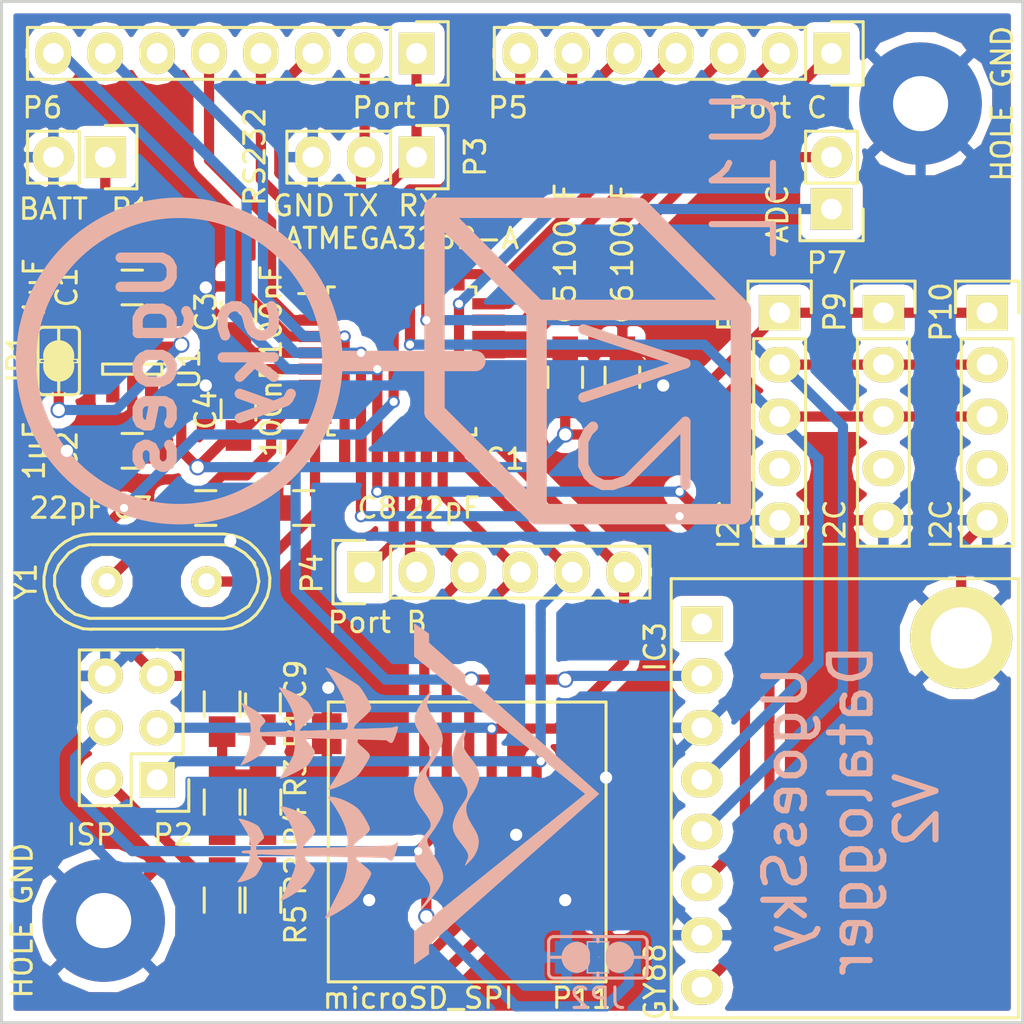
<source format=kicad_pcb>
(kicad_pcb (version 4) (host pcbnew 4.0.0-rc1-stable)
  (layers (0 F.Cu signal) (31 B.Cu signal) (34 B.Paste user hide) (35 F.Paste user hide) (36 B.SilkS user) (37 F.SilkS user) (38 B.Mask user) (39 F.Mask user) (44 Edge.Cuts user))
  (net 0 "")
  (net 1 +BATT)
  (net 2 GND)
  (net 3 +3V3)
  (net 4 "Net-(C6-Pad1)")
  (net 5 PC6)
  (net 6 PD3)
  (net 7 PD4)
  (net 8 PD5)
  (net 9 PD6)
  (net 10 PD7)
  (net 11 PB0)
  (net 12 PB1)
  (net 13 ADC6)
  (net 14 ADC7)
  (net 15 PC0)
  (net 16 PC1)
  (net 17 PC2)
  (net 18 PC3)
  (net 19 PD2)
  (net 20 "Net-(P11-Pad1)")
  (net 21 "Net-(P11-Pad8)")
  (net 22 SCK)
  (net 23 XTAL2)
  (net 24 PB3)
  (net 25 PD0)
  (net 26 PB6)
  (net 27 PB2)
  (net 28 TX)
  (net 29 SCL)
  (net 30 MISO)
  (net 31 SDA)
  (net 32 "Net-(IC3-Pad1)")
  (net 33 /connector/O.S._1)
  (net 34 /connector/O.S._2)
  (net 35 /connector/O.S._3)
  (module Footprints:GY88 (layer F.Cu) (at 134.29 98.26)
    (fp_text reference IC3 (at -2.29 -16.66 90) (layer F.SilkS))
    (fp_text value GY88 (at -2.29 -0.26 90) (layer F.SilkS))
    (pad 1 thru_hole rect (at 0 -17.78) (size 2.032 1.7272) (drill 1.016) (layers *.Cu *.Mask F.SilkS) (net 32 "Net-(IC3-Pad1)"))
    (pad 2 thru_hole oval (at 0 -15.24) (size 2.032 1.7272) (drill 1.016) (layers *.Cu *.Mask F.SilkS) (net 3 +3V3))
    (pad 3 thru_hole oval (at 0 -12.7) (size 2.032 1.7272) (drill 1.016) (layers *.Cu *.Mask F.SilkS) (net 2 GND))
    (pad 4 thru_hole oval (at 0 -10.16) (size 2.032 1.7272) (drill 1.016) (layers *.Cu *.Mask F.SilkS) (net 29 SCL))
    (pad 5 thru_hole oval (at 0 -7.62) (size 2.032 1.7272) (drill 1.016) (layers *.Cu *.Mask F.SilkS) (net 31 SDA))
    (pad 6 thru_hole oval (at 0 -5.08) (size 2.032 1.7272) (drill 1.016) (layers *.Cu *.Mask F.SilkS) (net 9 PD6))
    (pad 7 thru_hole oval (at 0 -2.54) (size 2.032 1.7272) (drill 1.016) (layers *.Cu *.Mask F.SilkS) (net 2 GND))
    (pad 8 thru_hole oval (at 0 0) (size 2.032 1.7272) (drill 1.016) (layers *.Cu *.Mask F.SilkS) (net 10 PD7))
    (pad "" thru_hole circle (at 12.7 -17.1) (size 5 5) (drill 3) (layers *.Cu *.Mask F.SilkS) (net 2 GND))
  )
  (module Capacitors_SMD:C_0805_HandSoldering (layer F.Cu) (at 106.4 64 180)
    (fp_text reference C1 (at 3.2 0 270) (layer F.SilkS))
    (fp_text value 1µF (at 4.8 0 270) (layer F.SilkS))
    (pad 1 smd rect (at -1.25 0 180) (size 1.5 1.25) (layers F.Cu F.Paste F.Mask) (net 1 +BATT))
    (pad 2 smd rect (at 1.25 0 180) (size 1.5 1.25) (layers F.Cu F.Paste F.Mask) (net 2 GND))
  )
  (module Capacitors_SMD:C_0805_HandSoldering (layer F.Cu) (at 106.4 72 180)
    (fp_text reference C2 (at 3.2 0 270) (layer F.SilkS))
    (fp_text value 1µF (at 4.8 0 270) (layer F.SilkS))
    (pad 1 smd rect (at -1.25 0 180) (size 1.5 1.25) (layers F.Cu F.Paste F.Mask) (net 3 +3V3))
    (pad 2 smd rect (at 1.25 0 180) (size 1.5 1.25) (layers F.Cu F.Paste F.Mask) (net 2 GND))
  )
  (module Capacitors_SMD:C_0805_HandSoldering (layer F.Cu) (at 111.6 65.2 90)
    (fp_text reference C3 (at 0 -1.6 90) (layer F.SilkS))
    (fp_text value 100nF (at 0 1.6 90) (layer F.SilkS))
    (pad 1 smd rect (at -1.25 0 90) (size 1.5 1.25) (layers F.Cu F.Paste F.Mask) (net 3 +3V3))
    (pad 2 smd rect (at 1.25 0 90) (size 1.5 1.25) (layers F.Cu F.Paste F.Mask) (net 2 GND))
  )
  (module Capacitors_SMD:C_0805_HandSoldering (layer F.Cu) (at 111.6 70 90)
    (fp_text reference C4 (at 0 -1.6 90) (layer F.SilkS))
    (fp_text value 100nF (at 0 1.6 90) (layer F.SilkS))
    (pad 1 smd rect (at -1.25 0 90) (size 1.5 1.25) (layers F.Cu F.Paste F.Mask) (net 3 +3V3))
    (pad 2 smd rect (at 1.25 0 90) (size 1.5 1.25) (layers F.Cu F.Paste F.Mask) (net 2 GND))
  )
  (module Capacitors_SMD:C_0805_HandSoldering (layer F.Cu) (at 127.6 68.4 90)
    (fp_text reference C5 (at 3.6 0 90) (layer F.SilkS))
    (fp_text value 100nF (at 7.2 0 90) (layer F.SilkS))
    (pad 1 smd rect (at -1.25 0 90) (size 1.5 1.25) (layers F.Cu F.Paste F.Mask) (net 3 +3V3))
    (pad 2 smd rect (at 1.25 0 90) (size 1.5 1.25) (layers F.Cu F.Paste F.Mask) (net 2 GND))
  )
  (module Capacitors_SMD:C_0805_HandSoldering (layer F.Cu) (at 130.4 68.4 90)
    (fp_text reference C6 (at 3.6 0 90) (layer F.SilkS))
    (fp_text value 100nF (at 7.2 0 90) (layer F.SilkS))
    (pad 1 smd rect (at -1.25 0 90) (size 1.5 1.25) (layers F.Cu F.Paste F.Mask) (net 4 "Net-(C6-Pad1)"))
    (pad 2 smd rect (at 1.25 0 90) (size 1.5 1.25) (layers F.Cu F.Paste F.Mask) (net 2 GND))
  )
  (module Capacitors_SMD:C_0805_HandSoldering (layer F.Cu) (at 110 74.8)
    (fp_text reference C7 (at -3.6 0) (layer F.SilkS))
    (fp_text value 22pF (at -6.8 0) (layer F.SilkS))
    (pad 1 smd rect (at -1.25 0) (size 1.5 1.25) (layers F.Cu F.Paste F.Mask) (net 26 PB6))
    (pad 2 smd rect (at 1.25 0) (size 1.5 1.25) (layers F.Cu F.Paste F.Mask) (net 2 GND))
  )
  (module Capacitors_SMD:C_0805_HandSoldering (layer F.Cu) (at 114.8 74.8 180)
    (fp_text reference C8 (at -3.6 0 180) (layer F.SilkS))
    (fp_text value 22pF (at -6.8 0 180) (layer F.SilkS))
    (pad 1 smd rect (at -1.25 0 180) (size 1.5 1.25) (layers F.Cu F.Paste F.Mask) (net 23 XTAL2))
    (pad 2 smd rect (at 1.25 0 180) (size 1.5 1.25) (layers F.Cu F.Paste F.Mask) (net 2 GND))
  )
  (module Capacitors_SMD:C_0805_HandSoldering (layer F.Cu) (at 112.8 84.4 270)
    (fp_text reference C9 (at -1.2 -1.6 270) (layer F.SilkS))
    (fp_text value 100nF)
    (pad 1 smd rect (at -1.25 0 270) (size 1.5 1.25) (layers F.Cu F.Paste F.Mask) (net 5 PC6))
    (pad 2 smd rect (at 1.25 0 270) (size 1.5 1.25) (layers F.Cu F.Paste F.Mask) (net 2 GND))
  )
  (module Housings_QFP:TQFP-32_7x7mm_Pitch0.8mm (layer F.Cu) (at 119.6 67.6)
    (fp_text reference IC1 (at 4.8 4.8) (layer F.SilkS))
    (fp_text value ATMEGA328P-A (at 0 -6) (layer F.SilkS))
    (pad 1 smd rect (at -4.25 -2.8) (size 1.6 0.55) (layers F.Cu F.Paste F.Mask) (net 6 PD3))
    (pad 2 smd rect (at -4.25 -2) (size 1.6 0.55) (layers F.Cu F.Paste F.Mask) (net 7 PD4))
    (pad 3 smd rect (at -4.25 -1.2) (size 1.6 0.55) (layers F.Cu F.Paste F.Mask) (net 2 GND))
    (pad 4 smd rect (at -4.25 -0.4) (size 1.6 0.55) (layers F.Cu F.Paste F.Mask) (net 3 +3V3))
    (pad 5 smd rect (at -4.25 0.4) (size 1.6 0.55) (layers F.Cu F.Paste F.Mask) (net 2 GND))
    (pad 6 smd rect (at -4.25 1.2) (size 1.6 0.55) (layers F.Cu F.Paste F.Mask) (net 3 +3V3))
    (pad 7 smd rect (at -4.25 2) (size 1.6 0.55) (layers F.Cu F.Paste F.Mask) (net 26 PB6))
    (pad 8 smd rect (at -4.25 2.8) (size 1.6 0.55) (layers F.Cu F.Paste F.Mask) (net 23 XTAL2))
    (pad 9 smd rect (at -2.8 4.25 90) (size 1.6 0.55) (layers F.Cu F.Paste F.Mask) (net 8 PD5))
    (pad 10 smd rect (at -2 4.25 90) (size 1.6 0.55) (layers F.Cu F.Paste F.Mask) (net 9 PD6))
    (pad 11 smd rect (at -1.2 4.25 90) (size 1.6 0.55) (layers F.Cu F.Paste F.Mask) (net 10 PD7))
    (pad 12 smd rect (at -0.4 4.25 90) (size 1.6 0.55) (layers F.Cu F.Paste F.Mask) (net 11 PB0))
    (pad 13 smd rect (at 0.4 4.25 90) (size 1.6 0.55) (layers F.Cu F.Paste F.Mask) (net 12 PB1))
    (pad 14 smd rect (at 1.2 4.25 90) (size 1.6 0.55) (layers F.Cu F.Paste F.Mask) (net 27 PB2))
    (pad 15 smd rect (at 2 4.25 90) (size 1.6 0.55) (layers F.Cu F.Paste F.Mask) (net 24 PB3))
    (pad 16 smd rect (at 2.8 4.25 90) (size 1.6 0.55) (layers F.Cu F.Paste F.Mask) (net 30 MISO))
    (pad 17 smd rect (at 4.25 2.8) (size 1.6 0.55) (layers F.Cu F.Paste F.Mask) (net 22 SCK))
    (pad 18 smd rect (at 4.25 2) (size 1.6 0.55) (layers F.Cu F.Paste F.Mask) (net 3 +3V3))
    (pad 19 smd rect (at 4.25 1.2) (size 1.6 0.55) (layers F.Cu F.Paste F.Mask) (net 13 ADC6))
    (pad 20 smd rect (at 4.25 0.4) (size 1.6 0.55) (layers F.Cu F.Paste F.Mask) (net 4 "Net-(C6-Pad1)"))
    (pad 21 smd rect (at 4.25 -0.4) (size 1.6 0.55) (layers F.Cu F.Paste F.Mask) (net 2 GND))
    (pad 22 smd rect (at 4.25 -1.2) (size 1.6 0.55) (layers F.Cu F.Paste F.Mask) (net 14 ADC7))
    (pad 23 smd rect (at 4.25 -2) (size 1.6 0.55) (layers F.Cu F.Paste F.Mask) (net 15 PC0))
    (pad 24 smd rect (at 4.25 -2.8) (size 1.6 0.55) (layers F.Cu F.Paste F.Mask) (net 16 PC1))
    (pad 25 smd rect (at 2.8 -4.25 90) (size 1.6 0.55) (layers F.Cu F.Paste F.Mask) (net 17 PC2))
    (pad 26 smd rect (at 2 -4.25 90) (size 1.6 0.55) (layers F.Cu F.Paste F.Mask) (net 18 PC3))
    (pad 27 smd rect (at 1.2 -4.25 90) (size 1.6 0.55) (layers F.Cu F.Paste F.Mask) (net 31 SDA))
    (pad 28 smd rect (at 0.4 -4.25 90) (size 1.6 0.55) (layers F.Cu F.Paste F.Mask) (net 29 SCL))
    (pad 29 smd rect (at -0.4 -4.25 90) (size 1.6 0.55) (layers F.Cu F.Paste F.Mask) (net 5 PC6))
    (pad 30 smd rect (at -1.2 -4.25 90) (size 1.6 0.55) (layers F.Cu F.Paste F.Mask) (net 25 PD0))
    (pad 31 smd rect (at -2 -4.25 90) (size 1.6 0.55) (layers F.Cu F.Paste F.Mask) (net 28 TX))
    (pad 32 smd rect (at -2.8 -4.25 90) (size 1.6 0.55) (layers F.Cu F.Paste F.Mask) (net 19 PD2))
  )
  (module Footprints:SJ (layer F.Cu) (at 102.8 67.6 90)
    (fp_text reference JP1 (at 0 -2 90) (layer F.SilkS))
    (fp_text value "Ureg EN" (at 0.45974 -0.00762 90) (layer B.SilkS) (effects (font (size 0.01778 0.01778) (thickness 0.0889))))
    (pad 1 smd rect (at -0.762 0 90) (size 1.1684 1.6002) (layers F.Cu F.Paste F.Mask) (net 1 +BATT))
    (pad 2 smd rect (at 0.762 0 90) (size 1.1684 1.6002) (layers F.Cu F.Paste F.Mask) (net 1 +BATT))
  )
  (module Footprints:SJ_2 (layer B.Cu) (at 129.2 96.8 180)
    (fp_text reference JP2 (at 0 -2 180) (layer B.SilkS) (effects (justify mirror)))
    (fp_text value G_AD0 (at -0.0381 0.00762 180) (layer F.SilkS) (effects (font (size 0.01778 0.01778) (thickness 0.0889))))
    (pad 1 smd rect (at -1.524 0 180) (size 1.1684 1.6002) (layers B.Cu B.Paste B.Mask) (net 3 +3V3))
    (pad 2 smd rect (at 0 0 180) (size 1.1684 1.6002) (layers B.Cu B.Paste B.Mask) (net 2 GND))
    (pad 3 smd rect (at 1.524 0 180) (size 1.1684 1.6002) (layers B.Cu B.Paste B.Mask) (net 2 GND))
  )
  (module Pin_Headers:Pin_Header_Straight_1x02 (layer F.Cu) (at 105.08 57.62 270)
    (fp_text reference P1 (at 2.54 -1.27 360) (layer F.SilkS))
    (fp_text value BATT (at 2.54 2.54 360) (layer F.SilkS))
    (pad 1 thru_hole rect (at 0 0 270) (size 2.032 2.032) (drill 1.016) (layers *.Cu *.Mask F.SilkS) (net 1 +BATT))
    (pad 2 thru_hole oval (at 0 2.54 270) (size 2.032 2.032) (drill 1.016) (layers *.Cu *.Mask F.SilkS) (net 2 GND))
  )
  (module Pin_Headers:Pin_Header_Straight_2x03 (layer F.Cu) (at 107.62 88.1 180)
    (fp_text reference P2 (at -0.78 -2.7 180) (layer F.SilkS))
    (fp_text value ISP (at 3.22 -2.7 180) (layer F.SilkS))
    (pad 1 thru_hole rect (at 0 0 180) (size 1.7272 1.7272) (drill 1.016) (layers *.Cu *.Mask F.SilkS) (net 30 MISO))
    (pad 2 thru_hole oval (at 2.54 0 180) (size 1.7272 1.7272) (drill 1.016) (layers *.Cu *.Mask F.SilkS) (net 3 +3V3))
    (pad 3 thru_hole oval (at 0 2.54 180) (size 1.7272 1.7272) (drill 1.016) (layers *.Cu *.Mask F.SilkS) (net 22 SCK))
    (pad 4 thru_hole oval (at 2.54 2.54 180) (size 1.7272 1.7272) (drill 1.016) (layers *.Cu *.Mask F.SilkS) (net 24 PB3))
    (pad 5 thru_hole oval (at 0 5.08 180) (size 1.7272 1.7272) (drill 1.016) (layers *.Cu *.Mask F.SilkS) (net 5 PC6))
    (pad 6 thru_hole oval (at 2.54 5.08 180) (size 1.7272 1.7272) (drill 1.016) (layers *.Cu *.Mask F.SilkS) (net 2 GND))
  )
  (module Pin_Headers:Pin_Header_Straight_1x03 (layer F.Cu) (at 120.32 57.62 270)
    (fp_text reference P3 (at -0.02 -2.88 270) (layer F.SilkS))
    (fp_text value RS232 (at -0.02 7.92 270) (layer F.SilkS))
    (pad 1 thru_hole rect (at 0 0 270) (size 2.032 1.7272) (drill 1.016) (layers *.Cu *.Mask F.SilkS) (net 25 PD0))
    (pad 2 thru_hole oval (at 0 2.54 270) (size 2.032 1.7272) (drill 1.016) (layers *.Cu *.Mask F.SilkS) (net 28 TX))
    (pad 3 thru_hole oval (at 0 5.08 270) (size 2.032 1.7272) (drill 1.016) (layers *.Cu *.Mask F.SilkS) (net 2 GND))
  )
  (module Pin_Headers:Pin_Header_Straight_1x07 (layer F.Cu) (at 140.64 52.54 270)
    (fp_text reference P5 (at 2.66 15.84 360) (layer F.SilkS))
    (fp_text value "Port C" (at 2.66 2.64 360) (layer F.SilkS))
    (pad 1 thru_hole rect (at 0 0 270) (size 2.032 1.7272) (drill 1.016) (layers *.Cu *.Mask F.SilkS) (net 15 PC0))
    (pad 2 thru_hole oval (at 0 2.54 270) (size 2.032 1.7272) (drill 1.016) (layers *.Cu *.Mask F.SilkS) (net 16 PC1))
    (pad 3 thru_hole oval (at 0 5.08 270) (size 2.032 1.7272) (drill 1.016) (layers *.Cu *.Mask F.SilkS) (net 17 PC2))
    (pad 4 thru_hole oval (at 0 7.62 270) (size 2.032 1.7272) (drill 1.016) (layers *.Cu *.Mask F.SilkS) (net 18 PC3))
    (pad 5 thru_hole oval (at 0 10.16 270) (size 2.032 1.7272) (drill 1.016) (layers *.Cu *.Mask F.SilkS) (net 31 SDA))
    (pad 6 thru_hole oval (at 0 12.7 270) (size 2.032 1.7272) (drill 1.016) (layers *.Cu *.Mask F.SilkS) (net 29 SCL))
    (pad 7 thru_hole oval (at 0 15.24 270) (size 2.032 1.7272) (drill 1.016) (layers *.Cu *.Mask F.SilkS) (net 5 PC6))
  )
  (module Pin_Headers:Pin_Header_Straight_1x08 (layer F.Cu) (at 120.32 52.54 270)
    (fp_text reference P6 (at 2.66 18.32 360) (layer F.SilkS))
    (fp_text value "Port D" (at 2.66 0.72 360) (layer F.SilkS))
    (pad 1 thru_hole rect (at 0 0 270) (size 2.032 1.7272) (drill 1.016) (layers *.Cu *.Mask F.SilkS) (net 25 PD0))
    (pad 2 thru_hole oval (at 0 2.54 270) (size 2.032 1.7272) (drill 1.016) (layers *.Cu *.Mask F.SilkS) (net 28 TX))
    (pad 3 thru_hole oval (at 0 5.08 270) (size 2.032 1.7272) (drill 1.016) (layers *.Cu *.Mask F.SilkS) (net 19 PD2))
    (pad 4 thru_hole oval (at 0 7.62 270) (size 2.032 1.7272) (drill 1.016) (layers *.Cu *.Mask F.SilkS) (net 6 PD3))
    (pad 5 thru_hole oval (at 0 10.16 270) (size 2.032 1.7272) (drill 1.016) (layers *.Cu *.Mask F.SilkS) (net 7 PD4))
    (pad 6 thru_hole oval (at 0 12.7 270) (size 2.032 1.7272) (drill 1.016) (layers *.Cu *.Mask F.SilkS) (net 8 PD5))
    (pad 7 thru_hole oval (at 0 15.24 270) (size 2.032 1.7272) (drill 1.016) (layers *.Cu *.Mask F.SilkS) (net 9 PD6))
    (pad 8 thru_hole oval (at 0 17.78 270) (size 2.032 1.7272) (drill 1.016) (layers *.Cu *.Mask F.SilkS) (net 10 PD7))
  )
  (module Pin_Headers:Pin_Header_Straight_1x02 (layer F.Cu) (at 140.64 60.16 180)
    (fp_text reference P7 (at 0.24 -2.64 360) (layer F.SilkS))
    (fp_text value ADC (at 2.64 -0.24 270) (layer F.SilkS))
    (pad 1 thru_hole rect (at 0 0 180) (size 2.032 2.032) (drill 1.016) (layers *.Cu *.Mask F.SilkS) (net 13 ADC6))
    (pad 2 thru_hole oval (at 0 2.54 180) (size 2.032 2.032) (drill 1.016) (layers *.Cu *.Mask F.SilkS) (net 14 ADC7))
  )
  (module Pin_Headers:Pin_Header_Straight_1x05 (layer F.Cu) (at 138.1 65.24)
    (fp_text reference P8 (at -2.5 -0.04 90) (layer F.SilkS))
    (fp_text value I2C (at -2.5 10.36 90) (layer F.SilkS))
    (pad 1 thru_hole rect (at 0 0) (size 2.032 1.7272) (drill 1.016) (layers *.Cu *.Mask F.SilkS) (net 3 +3V3))
    (pad 2 thru_hole oval (at 0 2.54) (size 2.032 1.7272) (drill 1.016) (layers *.Cu *.Mask F.SilkS) (net 31 SDA))
    (pad 3 thru_hole oval (at 0 5.08) (size 2.032 1.7272) (drill 1.016) (layers *.Cu *.Mask F.SilkS) (net 29 SCL))
    (pad 4 thru_hole oval (at 0 7.62) (size 2.032 1.7272) (drill 1.016) (layers *.Cu *.Mask F.SilkS) (net 33 /connector/O.S._1))
    (pad 5 thru_hole oval (at 0 10.16) (size 2.032 1.7272) (drill 1.016) (layers *.Cu *.Mask F.SilkS) (net 2 GND))
  )
  (module Pin_Headers:Pin_Header_Straight_1x05 (layer F.Cu) (at 143.18 65.24)
    (fp_text reference P9 (at -2.38 -0.04 90) (layer F.SilkS))
    (fp_text value I2C (at -2.38 10.36 90) (layer F.SilkS))
    (pad 1 thru_hole rect (at 0 0) (size 2.032 1.7272) (drill 1.016) (layers *.Cu *.Mask F.SilkS) (net 3 +3V3))
    (pad 2 thru_hole oval (at 0 2.54) (size 2.032 1.7272) (drill 1.016) (layers *.Cu *.Mask F.SilkS) (net 31 SDA))
    (pad 3 thru_hole oval (at 0 5.08) (size 2.032 1.7272) (drill 1.016) (layers *.Cu *.Mask F.SilkS) (net 29 SCL))
    (pad 4 thru_hole oval (at 0 7.62) (size 2.032 1.7272) (drill 1.016) (layers *.Cu *.Mask F.SilkS) (net 34 /connector/O.S._2))
    (pad 5 thru_hole oval (at 0 10.16) (size 2.032 1.7272) (drill 1.016) (layers *.Cu *.Mask F.SilkS) (net 2 GND))
  )
  (module Pin_Headers:Pin_Header_Straight_1x05 (layer F.Cu) (at 148.26 65.24)
    (fp_text reference P10 (at -2.26 -0.04 90) (layer F.SilkS))
    (fp_text value I2C (at -2.26 10.36 90) (layer F.SilkS))
    (pad 1 thru_hole rect (at 0 0) (size 2.032 1.7272) (drill 1.016) (layers *.Cu *.Mask F.SilkS) (net 3 +3V3))
    (pad 2 thru_hole oval (at 0 2.54) (size 2.032 1.7272) (drill 1.016) (layers *.Cu *.Mask F.SilkS) (net 31 SDA))
    (pad 3 thru_hole oval (at 0 5.08) (size 2.032 1.7272) (drill 1.016) (layers *.Cu *.Mask F.SilkS) (net 29 SCL))
    (pad 4 thru_hole oval (at 0 7.62) (size 2.032 1.7272) (drill 1.016) (layers *.Cu *.Mask F.SilkS) (net 35 /connector/O.S._3))
    (pad 5 thru_hole oval (at 0 10.16) (size 2.032 1.7272) (drill 1.016) (layers *.Cu *.Mask F.SilkS) (net 2 GND))
  )
  (module Footprints:microSD (layer F.Cu) (at 122.8 98 180)
    (fp_text reference P11 (at -5.6 -0.8 180) (layer F.SilkS))
    (fp_text value microSD_SPI (at 2.4 -0.8 180) (layer F.SilkS))
    (pad 9 smd rect (at -6.875 3.85 180) (size 1.45 2) (layers F.Cu F.Paste F.Mask) (net 2 GND))
    (pad 10 smd rect (at -6.875 12.15 180) (size 1.45 2) (layers F.Cu F.Paste F.Mask) (net 2 GND))
    (pad 11 smd rect (at 6.875 12.15 180) (size 1.45 2) (layers F.Cu F.Paste F.Mask) (net 2 GND))
    (pad 12 smd rect (at 6.875 3.85 180) (size 1.45 2) (layers F.Cu F.Paste F.Mask) (net 2 GND))
    (pad 1 smd rect (at 3.2 8.75 180) (size 0.8 1.5) (layers F.Cu F.Paste F.Mask) (net 20 "Net-(P11-Pad1)"))
    (pad 2 smd rect (at 2.1 8.75 180) (size 0.8 1.5) (layers F.Cu F.Paste F.Mask) (net 27 PB2))
    (pad 3 smd rect (at 1 8.75 180) (size 0.8 1.5) (layers F.Cu F.Paste F.Mask) (net 24 PB3))
    (pad 4 smd rect (at -0.1 8.75 180) (size 0.8 1.5) (layers F.Cu F.Paste F.Mask) (net 3 +3V3))
    (pad 5 smd rect (at -1.2 8.75 180) (size 0.8 1.5) (layers F.Cu F.Paste F.Mask) (net 22 SCK))
    (pad 6 smd rect (at -2.3 8.75 180) (size 0.8 1.5) (layers F.Cu F.Paste F.Mask) (net 2 GND))
    (pad 7 smd rect (at -3.4 8.75 180) (size 0.8 1.5) (layers F.Cu F.Paste F.Mask) (net 30 MISO))
    (pad 8 smd rect (at -4.5 8.75 180) (size 0.8 1.5) (layers F.Cu F.Paste F.Mask) (net 21 "Net-(P11-Pad8)"))
  )
  (module Resistors_SMD:R_0805_HandSoldering (layer F.Cu) (at 110.8 84.4 90)
    (fp_text reference R1 (at -1.2 3.6 90) (layer F.SilkS))
    (fp_text value 10k)
    (pad 1 smd rect (at -1.35 0 90) (size 1.5 1.3) (layers F.Cu F.Paste F.Mask) (net 3 +3V3))
    (pad 2 smd rect (at 1.35 0 90) (size 1.5 1.3) (layers F.Cu F.Paste F.Mask) (net 5 PC6))
  )
  (module Resistors_SMD:R_0805_HandSoldering (layer F.Cu) (at 112.8 94 270)
    (fp_text reference R2 (at -1.2 -1.6 450) (layer F.SilkS))
    (fp_text value 10k)
    (pad 1 smd rect (at -1.35 0 270) (size 1.5 1.3) (layers F.Cu F.Paste F.Mask) (net 3 +3V3))
    (pad 2 smd rect (at 1.35 0 270) (size 1.5 1.3) (layers F.Cu F.Paste F.Mask) (net 30 MISO))
  )
  (module Resistors_SMD:R_0805_HandSoldering (layer F.Cu) (at 112.8 89.2 270)
    (fp_text reference R3 (at -1.2 -1.6 450) (layer F.SilkS))
    (fp_text value 10k)
    (pad 1 smd rect (at -1.35 0 270) (size 1.5 1.3) (layers F.Cu F.Paste F.Mask) (net 3 +3V3))
    (pad 2 smd rect (at 1.35 0 270) (size 1.5 1.3) (layers F.Cu F.Paste F.Mask) (net 27 PB2))
  )
  (module Resistors_SMD:R_0805_HandSoldering (layer F.Cu) (at 110.8 89.2 270)
    (fp_text reference R4 (at 1.2 -3.6 270) (layer F.SilkS))
    (fp_text value 10k)
    (pad 1 smd rect (at -1.35 0 270) (size 1.5 1.3) (layers F.Cu F.Paste F.Mask) (net 3 +3V3))
    (pad 2 smd rect (at 1.35 0 270) (size 1.5 1.3) (layers F.Cu F.Paste F.Mask) (net 20 "Net-(P11-Pad1)"))
  )
  (module Resistors_SMD:R_0805_HandSoldering (layer F.Cu) (at 110.8 94 270)
    (fp_text reference R5 (at 1.2 -3.6 450) (layer F.SilkS))
    (fp_text value 10k)
    (pad 1 smd rect (at -1.35 0 270) (size 1.5 1.3) (layers F.Cu F.Paste F.Mask) (net 3 +3V3))
    (pad 2 smd rect (at 1.35 0 270) (size 1.5 1.3) (layers F.Cu F.Paste F.Mask) (net 21 "Net-(P11-Pad8)"))
  )
  (module Housings_SOT-23_SOT-143_TSOT-6:SOT-23-5 (layer F.Cu) (at 106.4 68 270)
    (fp_text reference U1 (at 0 -2.8 270) (layer F.SilkS))
    (fp_text value TLV70233DBV)
    (pad 1 smd rect (at -1.1 -0.95 270) (size 1.06 0.65) (layers F.Cu F.Paste F.Mask) (net 1 +BATT))
    (pad 2 smd rect (at -1.1 0 270) (size 1.06 0.65) (layers F.Cu F.Paste F.Mask) (net 2 GND))
    (pad 3 smd rect (at -1.1 0.95 270) (size 1.06 0.65) (layers F.Cu F.Paste F.Mask) (net 1 +BATT))
    (pad 4 smd rect (at 1.1 0.95 270) (size 1.06 0.65) (layers F.Cu F.Paste F.Mask))
    (pad 5 smd rect (at 1.1 -0.95 270) (size 1.06 0.65) (layers F.Cu F.Paste F.Mask) (net 3 +3V3))
  )
  (module Crystals:Crystal_HC49-U_Vertical (layer F.Cu) (at 107.6 78.4)
    (fp_text reference Y1 (at -6.4 0 90) (layer F.SilkS))
    (fp_text value "Crystal 16Mhz")
    (pad 1 thru_hole circle (at -2.44094 0) (size 1.50114 1.50114) (drill 0.8001) (layers *.Cu *.Mask F.SilkS) (net 26 PB6))
    (pad 2 thru_hole circle (at 2.44094 0) (size 1.50114 1.50114) (drill 0.8001) (layers *.Cu *.Mask F.SilkS) (net 23 XTAL2))
  )
  (module Pin_Headers:Pin_Header_Straight_1x06 (layer F.Cu) (at 117.78 77.94 90)
    (fp_text reference P4 (at -0.06 -2.58 90) (layer F.SilkS))
    (fp_text value "Port B" (at -2.46 0.62 180) (layer F.SilkS))
    (pad 1 thru_hole rect (at 0 0 90) (size 2.032 1.7272) (drill 1.016) (layers *.Cu *.Mask F.SilkS) (net 11 PB0))
    (pad 2 thru_hole oval (at 0 2.54 90) (size 2.032 1.7272) (drill 1.016) (layers *.Cu *.Mask F.SilkS) (net 12 PB1))
    (pad 3 thru_hole oval (at 0 5.08 90) (size 2.032 1.7272) (drill 1.016) (layers *.Cu *.Mask F.SilkS) (net 27 PB2))
    (pad 4 thru_hole oval (at 0 7.62 90) (size 2.032 1.7272) (drill 1.016) (layers *.Cu *.Mask F.SilkS) (net 24 PB3))
    (pad 5 thru_hole oval (at 0 10.16 90) (size 2.032 1.7272) (drill 1.016) (layers *.Cu *.Mask F.SilkS) (net 30 MISO))
    (pad 6 thru_hole oval (at 0 12.7 90) (size 2.032 1.7272) (drill 1.016) (layers *.Cu *.Mask F.SilkS) (net 22 SCK))
  )
  (module Mounting_Holes:MountingHole_2-7mm (layer F.Cu) (at 145 55)
    (fp_text reference "HOLE GND" (at 4 0 90) (layer F.SilkS))
    (fp_text value MountingHole_2-7mm)
    (pad 1 thru_hole circle (at 0 0) (size 6 6) (drill 2.7) (layers *.Cu *.Mask) (net 2 GND))
  )
  (module Mounting_Holes:MountingHole_2-7mm (layer F.Cu) (at 105 95)
    (fp_text reference "HOLE GND" (at -4 0 90) (layer F.SilkS))
    (fp_text value MountingHole_2-7mm)
    (pad 1 thru_hole circle (at 0 0) (size 6 6) (drill 2.7) (layers *.Cu *.Mask) (net 2 GND))
  )
  (module LOGO:AUB (layer B.Cu) (at 120.4 88.8 270)
    (fp_text reference G*** hide)
    (fp_text value LOGO hide)
  )
  (module LOGO:UgoesSky_klein (layer B.Cu) (at 101.2 67.6 270)
    (fp_text reference G*** hide)
    (fp_text value LOGO hide)
    (fp_text user V2 (at 2.5 -30 270) (layer B.SilkS) (effects (font (size 5 5) (thickness 0.5)) (justify mirror)))
    (fp_text user Sky (at 0 -11 270) (layer B.SilkS) (effects (font (size 2.5 2.5) (thickness 0.5)) (justify mirror)))
    (fp_text user Ugoes (at 0 -6 270) (layer B.SilkS) (effects (font (size 2.5 2.5) (thickness 0.5)) (justify mirror)))
  )
  (gr_text U1L (at 136.4 58.4 90) (layer B.SilkS) (effects (font (size 3 3) (thickness 0.3)) (justify mirror)))
  (gr_text "UgoesSky\nDatalogger\nV2" (at 141.6 89.6 90) (layer B.SilkS) (effects (font (size 2 2) (thickness 0.3)) (justify mirror)))
  (gr_text GND (at 114.8 60) (layer F.SilkS) (effects (font (size 1 1))))
  (gr_text TX (at 117.6 60) (layer F.SilkS) (effects (font (size 1 1))))
  (gr_text RX (at 120.4 60) (layer F.SilkS) (effects (font (size 1 1))))
  (gr_line (start 100 100) (end 100 50) (angle 90) (layer Edge.Cuts) (width 0.15))
  (gr_line (start 150 100) (end 100 100) (angle 90) (layer Edge.Cuts) (width 0.15))
  (gr_line (start 150 50) (end 150 100) (angle 90) (layer Edge.Cuts) (width 0.15))
  (gr_line (start 100 50) (end 150 50) (angle 90) (layer Edge.Cuts) (width 0.15))
  (segment (start 105.08 57.62) (end 105.08 61.43) (width 0.5) (layer F.Cu) (net 1))
  (segment (start 105.08 61.43) (end 107.65 64) (width 0.5) (layer F.Cu) (net 1))
  (segment (start 102.8 68.362) (end 102.8 66.838) (width 0.5) (layer F.Cu) (net 1))
  (segment (start 107.35 66.9) (end 108.7 66.9) (width 0.5) (layer F.Cu) (net 1))
  (segment (start 102.8 70) (end 102.8 68.362) (width 0.5) (layer F.Cu) (net 1))
  (via (at 102.8 70) (size 0.8) (drill 0.6) (layers F.Cu B.Cu) (net 1))
  (segment (start 105.6 70) (end 102.8 70) (width 0.5) (layer B.Cu) (net 1))
  (segment (start 108.8 66.8) (end 105.6 70) (width 0.5) (layer B.Cu) (net 1))
  (via (at 108.8 66.8) (size 0.8) (drill 0.6) (layers F.Cu B.Cu) (net 1))
  (segment (start 108.7 66.9) (end 108.8 66.8) (width 0.5) (layer F.Cu) (net 1))
  (segment (start 105.45 66.9) (end 102.862 66.9) (width 0.5) (layer F.Cu) (net 1))
  (segment (start 102.862 66.9) (end 102.8 66.838) (width 0.5) (layer F.Cu) (net 1))
  (segment (start 107.35 66.9) (end 107.35 64.3) (width 0.5) (layer F.Cu) (net 1))
  (segment (start 107.35 64.3) (end 107.65 64) (width 0.5) (layer F.Cu) (net 1))
  (segment (start 102.54 57.62) (end 102.54 61.39) (width 0.5) (layer F.Cu) (net 2))
  (segment (start 102.54 61.39) (end 105.15 64) (width 0.5) (layer F.Cu) (net 2))
  (segment (start 129.2 96.8) (end 127.676 96.8) (width 0.5) (layer B.Cu) (net 2))
  (segment (start 129.2 96.8) (end 129.2 95.2) (width 0.5) (layer B.Cu) (net 2))
  (segment (start 132.97 94.4) (end 134.29 95.72) (width 0.5) (layer B.Cu) (net 2))
  (segment (start 130 94.4) (end 132.97 94.4) (width 0.5) (layer B.Cu) (net 2))
  (segment (start 129.2 95.2) (end 130 94.4) (width 0.5) (layer B.Cu) (net 2))
  (segment (start 127.6 94) (end 127.6 96.724) (width 0.5) (layer B.Cu) (net 2))
  (segment (start 127.6 96.724) (end 127.676 96.8) (width 0.5) (layer B.Cu) (net 2))
  (segment (start 146.99 81.16) (end 146.99 76.67) (width 0.5) (layer F.Cu) (net 2))
  (segment (start 146.99 76.67) (end 148.26 75.4) (width 0.5) (layer F.Cu) (net 2))
  (segment (start 115.24 57.62) (end 115.24 63.24) (width 0.5) (layer B.Cu) (net 2))
  (segment (start 115.24 63.24) (end 120.8 68.8) (width 0.5) (layer B.Cu) (net 2))
  (segment (start 112.8 85.65) (end 115.725 85.65) (width 0.5) (layer F.Cu) (net 2))
  (segment (start 115.725 85.65) (end 115.925 85.85) (width 0.5) (layer F.Cu) (net 2))
  (segment (start 145 55) (end 145 73.58) (width 0.5) (layer B.Cu) (net 2))
  (segment (start 145 73.58) (end 143.18 75.4) (width 0.5) (layer B.Cu) (net 2))
  (segment (start 129.675 85.85) (end 129.675 87.925) (width 0.5) (layer F.Cu) (net 2))
  (segment (start 129.725 88.125) (end 129.725 90.125) (width 0.5) (layer B.Cu) (net 2))
  (segment (start 129.6 88) (end 129.725 88.125) (width 0.5) (layer B.Cu) (net 2))
  (via (at 129.6 88) (size 0.8) (drill 0.6) (layers F.Cu B.Cu) (net 2))
  (segment (start 129.675 87.925) (end 129.6 88) (width 0.5) (layer F.Cu) (net 2))
  (segment (start 129.675 94.15) (end 127.75 94.15) (width 0.5) (layer F.Cu) (net 2))
  (segment (start 127.6 94) (end 127.6 90.8) (width 0.5) (layer B.Cu) (net 2))
  (via (at 127.6 94) (size 0.8) (drill 0.6) (layers F.Cu B.Cu) (net 2))
  (segment (start 127.75 94.15) (end 127.6 94) (width 0.5) (layer F.Cu) (net 2))
  (segment (start 115.925 94.15) (end 117.85 94.15) (width 0.5) (layer F.Cu) (net 2))
  (segment (start 118 94) (end 118 92.4) (width 0.5) (layer B.Cu) (net 2))
  (via (at 118 94) (size 0.8) (drill 0.6) (layers F.Cu B.Cu) (net 2))
  (segment (start 117.85 94.15) (end 118 94) (width 0.5) (layer F.Cu) (net 2))
  (segment (start 115.925 85.85) (end 115.925 83.675) (width 0.5) (layer F.Cu) (net 2))
  (segment (start 107.3 80.8) (end 105.08 83.02) (width 0.5) (layer B.Cu) (net 2))
  (segment (start 113.2 80.8) (end 107.3 80.8) (width 0.5) (layer B.Cu) (net 2))
  (segment (start 116 83.6) (end 113.2 80.8) (width 0.5) (layer B.Cu) (net 2))
  (via (at 116 83.6) (size 0.8) (drill 0.6) (layers F.Cu B.Cu) (net 2))
  (segment (start 115.925 83.675) (end 116 83.6) (width 0.5) (layer F.Cu) (net 2))
  (segment (start 105 95) (end 105 93) (width 0.5) (layer B.Cu) (net 2))
  (segment (start 105 93) (end 105.6 92.4) (width 0.5) (layer B.Cu) (net 2))
  (segment (start 138.1 75.4) (end 138.1 81.75) (width 0.5) (layer B.Cu) (net 2))
  (segment (start 138.1 81.75) (end 134.29 85.56) (width 0.5) (layer B.Cu) (net 2))
  (segment (start 148.26 75.4) (end 146.8 75.4) (width 0.5) (layer F.Cu) (net 2))
  (segment (start 146.8 75.4) (end 143.18 75.4) (width 0.5) (layer F.Cu) (net 2))
  (segment (start 143.18 75.4) (end 138.1 75.4) (width 0.5) (layer F.Cu) (net 2))
  (segment (start 125.2 90.8) (end 127.6 90.8) (width 0.5) (layer B.Cu) (net 2))
  (segment (start 127.6 90.8) (end 129.05 90.8) (width 0.5) (layer B.Cu) (net 2))
  (segment (start 129.05 90.8) (end 129.725 90.125) (width 0.5) (layer B.Cu) (net 2))
  (segment (start 129.725 90.125) (end 134.29 85.56) (width 0.5) (layer B.Cu) (net 2))
  (segment (start 110 68.8) (end 120.8 68.8) (width 0.5) (layer B.Cu) (net 2))
  (segment (start 120.8 68.8) (end 132.4 68.8) (width 0.5) (layer B.Cu) (net 2))
  (segment (start 132.4 68.8) (end 130.75 67.15) (width 0.5) (layer F.Cu) (net 2))
  (via (at 132.4 68.8) (size 0.8) (drill 0.6) (layers F.Cu B.Cu) (net 2))
  (segment (start 130.75 67.15) (end 130.4 67.15) (width 0.5) (layer F.Cu) (net 2))
  (segment (start 105.08 83.02) (end 102 83.02) (width 0.5) (layer B.Cu) (net 2))
  (segment (start 102 83.02) (end 102 82.8) (width 0.5) (layer B.Cu) (net 2))
  (segment (start 105.6 92.4) (end 102 88.8) (width 0.5) (layer B.Cu) (net 2))
  (segment (start 102 88.8) (end 102 82.8) (width 0.5) (layer B.Cu) (net 2))
  (segment (start 102 82.8) (end 102 79.94) (width 0.5) (layer B.Cu) (net 2))
  (segment (start 125.2 90.8) (end 123.6 92.4) (width 0.5) (layer B.Cu) (net 2))
  (segment (start 115.2 92.4) (end 105.6 92.4) (width 0.5) (layer B.Cu) (net 2))
  (segment (start 123.6 92.4) (end 118 92.4) (width 0.5) (layer B.Cu) (net 2))
  (segment (start 118 92.4) (end 115.2 92.4) (width 0.5) (layer B.Cu) (net 2))
  (segment (start 102 76.4) (end 102 79.94) (width 0.5) (layer B.Cu) (net 2))
  (segment (start 103.2 72) (end 106.8 72) (width 0.5) (layer B.Cu) (net 2))
  (segment (start 106.8 72) (end 110 68.8) (width 0.5) (layer B.Cu) (net 2))
  (segment (start 105.15 72) (end 103.2 72) (width 0.5) (layer F.Cu) (net 2))
  (segment (start 102 73.2) (end 102 76.4) (width 0.5) (layer B.Cu) (net 2))
  (segment (start 103.2 72) (end 102 73.2) (width 0.5) (layer B.Cu) (net 2))
  (via (at 103.2 72) (size 0.8) (drill 0.6) (layers F.Cu B.Cu) (net 2))
  (segment (start 106.4 66.9) (end 106.4 70.75) (width 0.5) (layer F.Cu) (net 2))
  (segment (start 106.4 70.75) (end 105.15 72) (width 0.5) (layer F.Cu) (net 2))
  (segment (start 106.4 66.9) (end 106.4 65.25) (width 0.5) (layer F.Cu) (net 2))
  (segment (start 106.4 65.25) (end 105.15 64) (width 0.5) (layer F.Cu) (net 2))
  (segment (start 125.1 90.7) (end 125.1 89.25) (width 0.5) (layer F.Cu) (net 2))
  (segment (start 125.2 90.8) (end 125.1 90.7) (width 0.5) (layer F.Cu) (net 2))
  (via (at 125.2 90.8) (size 0.8) (drill 0.6) (layers F.Cu B.Cu) (net 2))
  (segment (start 113.55 74.8) (end 111.25 74.8) (width 0.5) (layer F.Cu) (net 2))
  (segment (start 111.25 74.8) (end 111.2 74.85) (width 0.5) (layer F.Cu) (net 2))
  (segment (start 111.2 74.85) (end 111.2 76.4) (width 0.5) (layer F.Cu) (net 2))
  (via (at 111.2 76.4) (size 0.8) (drill 0.6) (layers F.Cu B.Cu) (net 2))
  (segment (start 111.2 76.4) (end 102 76.4) (width 0.5) (layer B.Cu) (net 2))
  (segment (start 111.6 63.95) (end 110.05 63.95) (width 0.5) (layer F.Cu) (net 2))
  (segment (start 110 64) (end 110 68.8) (width 0.5) (layer B.Cu) (net 2))
  (via (at 110 64) (size 0.8) (drill 0.6) (layers F.Cu B.Cu) (net 2))
  (segment (start 110.05 63.95) (end 110 64) (width 0.5) (layer F.Cu) (net 2))
  (segment (start 111.6 68.75) (end 110.05 68.75) (width 0.5) (layer F.Cu) (net 2))
  (segment (start 110.05 68.75) (end 110 68.8) (width 0.5) (layer F.Cu) (net 2))
  (via (at 110 68.8) (size 0.8) (drill 0.6) (layers F.Cu B.Cu) (net 2))
  (segment (start 115.35 68) (end 112.35 68) (width 0.5) (layer F.Cu) (net 2))
  (segment (start 112.35 68) (end 111.6 68.75) (width 0.5) (layer F.Cu) (net 2))
  (segment (start 115.35 66.4) (end 114.05 66.4) (width 0.5) (layer F.Cu) (net 2))
  (segment (start 114.05 66.4) (end 111.6 63.95) (width 0.5) (layer F.Cu) (net 2))
  (segment (start 127.6 67.15) (end 130.4 67.15) (width 0.5) (layer F.Cu) (net 2))
  (segment (start 127.55 67.2) (end 127.6 67.15) (width 0.5) (layer F.Cu) (net 2))
  (segment (start 123.85 67.2) (end 127.55 67.2) (width 0.5) (layer F.Cu) (net 2))
  (segment (start 130 98.8) (end 129.6 99.2) (width 0.5) (layer B.Cu) (net 3))
  (segment (start 125.2 99.2) (end 124.8 98.8) (width 0.5) (layer B.Cu) (net 3))
  (segment (start 129.6 99.2) (end 125.2 99.2) (width 0.5) (layer B.Cu) (net 3))
  (segment (start 130.724 96.8) (end 130.724 98.076) (width 0.5) (layer B.Cu) (net 3))
  (segment (start 130.724 98.076) (end 130 98.8) (width 0.5) (layer B.Cu) (net 3))
  (segment (start 120.8 92.65) (end 120.8 94.8) (width 0.5) (layer F.Cu) (net 3))
  (segment (start 120.8 94.8) (end 124.8 98.8) (width 0.5) (layer B.Cu) (net 3))
  (via (at 120.8 94.8) (size 0.8) (drill 0.6) (layers F.Cu B.Cu) (net 3))
  (segment (start 120.95 92.65) (end 120.8 92.65) (width 0.5) (layer F.Cu) (net 3))
  (segment (start 122.9 90.7) (end 120.95 92.65) (width 0.5) (layer F.Cu) (net 3))
  (segment (start 110.8 92.65) (end 112.8 92.65) (width 0.5) (layer F.Cu) (net 3))
  (segment (start 112.8 92.65) (end 120.8 92.65) (width 0.5) (layer F.Cu) (net 3))
  (segment (start 148.26 65.24) (end 143.18 65.24) (width 0.5) (layer F.Cu) (net 3))
  (segment (start 143.18 65.24) (end 138.1 65.24) (width 0.5) (layer F.Cu) (net 3))
  (segment (start 138.1 65.24) (end 132.14 71.2) (width 0.5) (layer F.Cu) (net 3))
  (segment (start 132.14 71.2) (end 127.6 71.2) (width 0.5) (layer F.Cu) (net 3))
  (segment (start 122.9 83.3) (end 123 83.2) (width 0.5) (layer F.Cu) (net 3))
  (via (at 123 83.2) (size 0.8) (drill 0.6) (layers F.Cu B.Cu) (net 3))
  (segment (start 114.4 78.8) (end 114.4 72.8) (width 0.5) (layer B.Cu) (net 3))
  (segment (start 118.8 83.2) (end 114.4 78.8) (width 0.5) (layer B.Cu) (net 3))
  (segment (start 123 83.2) (end 118.8 83.2) (width 0.5) (layer B.Cu) (net 3))
  (segment (start 122.9 89.25) (end 122.9 83.3) (width 0.5) (layer F.Cu) (net 3))
  (segment (start 127.78 83.02) (end 134.29 83.02) (width 0.5) (layer B.Cu) (net 3))
  (segment (start 123 83.2) (end 127.6 83.2) (width 0.5) (layer F.Cu) (net 3))
  (via (at 127.6 83.2) (size 0.8) (drill 0.6) (layers F.Cu B.Cu) (net 3))
  (segment (start 127.6 83.2) (end 127.78 83.02) (width 0.5) (layer B.Cu) (net 3))
  (segment (start 111.6 66.45) (end 110.75 66.45) (width 0.5) (layer F.Cu) (net 3))
  (segment (start 108.8 68.4) (end 108.8 72) (width 0.5) (layer F.Cu) (net 3))
  (segment (start 110.75 66.45) (end 108.8 68.4) (width 0.5) (layer F.Cu) (net 3))
  (segment (start 109.6 72.8) (end 108.8 72) (width 0.5) (layer F.Cu) (net 3))
  (segment (start 108.8 72) (end 107.65 72) (width 0.5) (layer F.Cu) (net 3))
  (segment (start 107.35 69.1) (end 107.35 71.7) (width 0.5) (layer F.Cu) (net 3))
  (segment (start 107.35 71.7) (end 107.65 72) (width 0.5) (layer F.Cu) (net 3))
  (segment (start 110.8 87.85) (end 110.8 88) (width 0.5) (layer F.Cu) (net 3))
  (segment (start 110.8 88) (end 107.89 90.91) (width 0.5) (layer F.Cu) (net 3))
  (segment (start 107.89 90.91) (end 105.08 88.1) (width 0.5) (layer F.Cu) (net 3))
  (segment (start 109.63 92.65) (end 107.89 90.91) (width 0.5) (layer F.Cu) (net 3))
  (segment (start 110.8 92.65) (end 109.63 92.65) (width 0.5) (layer F.Cu) (net 3))
  (segment (start 122.9 89.25) (end 122.9 90.7) (width 0.5) (layer F.Cu) (net 3))
  (segment (start 110.8 87.85) (end 110.55 87.85) (width 0.5) (layer F.Cu) (net 3))
  (segment (start 112.8 87.85) (end 110.8 87.85) (width 0.5) (layer F.Cu) (net 3))
  (segment (start 110.8 87.85) (end 110.8 85.75) (width 0.5) (layer F.Cu) (net 3))
  (segment (start 111.6 71.25) (end 111.15 71.25) (width 0.5) (layer F.Cu) (net 3))
  (segment (start 111.15 71.25) (end 109.6 72.8) (width 0.5) (layer F.Cu) (net 3))
  (segment (start 115.35 68.8) (end 114.05 68.8) (width 0.5) (layer F.Cu) (net 3))
  (segment (start 114.05 68.8) (end 111.6 71.25) (width 0.5) (layer F.Cu) (net 3))
  (segment (start 115.35 67.2) (end 112.35 67.2) (width 0.5) (layer F.Cu) (net 3))
  (segment (start 112.35 67.2) (end 111.6 66.45) (width 0.5) (layer F.Cu) (net 3))
  (segment (start 105.08 88.1) (end 105.08 87.88) (width 0.5) (layer F.Cu) (net 3))
  (segment (start 127.6 69.65) (end 127.6 71.2) (width 0.5) (layer F.Cu) (net 3))
  (segment (start 111.2 72.8) (end 109.6 72.8) (width 0.5) (layer B.Cu) (net 3))
  (segment (start 126 72.8) (end 114.4 72.8) (width 0.5) (layer B.Cu) (net 3))
  (segment (start 114.4 72.8) (end 111.2 72.8) (width 0.5) (layer B.Cu) (net 3))
  (segment (start 127.6 71.2) (end 126 72.8) (width 0.5) (layer B.Cu) (net 3))
  (via (at 127.6 71.2) (size 0.8) (drill 0.6) (layers F.Cu B.Cu) (net 3))
  (via (at 109.6 72.8) (size 0.8) (drill 0.6) (layers F.Cu B.Cu) (net 3))
  (segment (start 127.55 69.6) (end 127.6 69.65) (width 0.5) (layer F.Cu) (net 3))
  (segment (start 123.85 69.6) (end 127.55 69.6) (width 0.5) (layer F.Cu) (net 3))
  (segment (start 129.15 68.4) (end 130.4 69.65) (width 0.5) (layer F.Cu) (net 4))
  (segment (start 126.4 68.4) (end 129.15 68.4) (width 0.5) (layer F.Cu) (net 4))
  (segment (start 126 68) (end 126.4 68.4) (width 0.5) (layer F.Cu) (net 4))
  (segment (start 123.85 68) (end 126 68) (width 0.5) (layer F.Cu) (net 4))
  (via (at 106 74.8) (size 0.6) (drill 0.4) (layers F.Cu B.Cu) (net 5))
  (segment (start 103.2 77.6) (end 106 74.8) (width 0.5) (layer F.Cu) (net 5))
  (segment (start 103.2 77.6) (end 103.2 78.6) (width 0.5) (layer F.Cu) (net 5))
  (segment (start 107.62 83.02) (end 110.77 83.02) (width 0.5) (layer F.Cu) (net 5))
  (segment (start 110.77 83.02) (end 110.8 83.05) (width 0.5) (layer F.Cu) (net 5))
  (segment (start 119.2 63.35) (end 119.2 69.6) (width 0.5) (layer F.Cu) (net 5))
  (segment (start 109.6 71.2) (end 106 74.8) (width 0.5) (layer B.Cu) (net 5))
  (segment (start 117.6 71.2) (end 109.6 71.2) (width 0.5) (layer B.Cu) (net 5))
  (segment (start 119.2 69.6) (end 117.6 71.2) (width 0.5) (layer B.Cu) (net 5))
  (via (at 119.2 69.6) (size 0.6) (drill 0.4) (layers F.Cu B.Cu) (net 5))
  (segment (start 103.2 78.6) (end 107.62 83.02) (width 0.5) (layer F.Cu) (net 5))
  (segment (start 110.8 83.05) (end 112.7 83.05) (width 0.5) (layer F.Cu) (net 5))
  (segment (start 112.7 83.05) (end 112.8 83.15) (width 0.5) (layer F.Cu) (net 5))
  (segment (start 110.77 83.02) (end 110.8 83.05) (width 0.5) (layer F.Cu) (net 5))
  (segment (start 119.2 63.35) (end 119.2 60) (width 0.5) (layer F.Cu) (net 5))
  (segment (start 125.4 55.4) (end 125.4 52.54) (width 0.5) (layer F.Cu) (net 5))
  (segment (start 121.6 59.2) (end 125.4 55.4) (width 0.5) (layer F.Cu) (net 5))
  (segment (start 120 59.2) (end 121.6 59.2) (width 0.5) (layer F.Cu) (net 5))
  (segment (start 119.2 60) (end 120 59.2) (width 0.5) (layer F.Cu) (net 5))
  (segment (start 115.35 64.8) (end 115.35 61.35) (width 0.5) (layer F.Cu) (net 6))
  (segment (start 112.7 58.7) (end 112.7 52.54) (width 0.5) (layer F.Cu) (net 6))
  (segment (start 115.35 61.35) (end 112.7 58.7) (width 0.5) (layer F.Cu) (net 6))
  (segment (start 115.35 65.6) (end 114.244478 65.6) (width 0.5) (layer F.Cu) (net 7))
  (segment (start 110.16 57.76) (end 110.16 52.54) (width 0.5) (layer F.Cu) (net 7))
  (segment (start 113.2 60.8) (end 110.16 57.76) (width 0.5) (layer F.Cu) (net 7))
  (segment (start 113.2 64.555522) (end 113.2 60.8) (width 0.5) (layer F.Cu) (net 7))
  (segment (start 114.244478 65.6) (end 113.2 64.555522) (width 0.5) (layer F.Cu) (net 7))
  (segment (start 116.8 71.85) (end 116.8 66.4) (width 0.5) (layer F.Cu) (net 8))
  (segment (start 112.8 57.72) (end 107.62 52.54) (width 0.5) (layer B.Cu) (net 8))
  (segment (start 112.8 64.4) (end 112.8 57.72) (width 0.5) (layer B.Cu) (net 8))
  (segment (start 114.8 66.4) (end 112.8 64.4) (width 0.5) (layer B.Cu) (net 8))
  (segment (start 116.8 66.4) (end 114.8 66.4) (width 0.5) (layer B.Cu) (net 8))
  (via (at 116.8 66.4) (size 0.6) (drill 0.4) (layers F.Cu B.Cu) (net 8))
  (segment (start 136.4 90) (end 136.4 91.07) (width 0.5) (layer F.Cu) (net 9))
  (segment (start 136.4 91.07) (end 134.29 93.18) (width 0.5) (layer F.Cu) (net 9))
  (segment (start 117.6 71.85) (end 117.6 67.2) (width 0.5) (layer F.Cu) (net 9))
  (segment (start 112 59.46) (end 105.08 52.54) (width 0.5) (layer B.Cu) (net 9))
  (segment (start 112 64.8) (end 112 59.46) (width 0.5) (layer B.Cu) (net 9))
  (segment (start 114.4 67.2) (end 112 64.8) (width 0.5) (layer B.Cu) (net 9))
  (segment (start 117.6 67.2) (end 114.4 67.2) (width 0.5) (layer B.Cu) (net 9))
  (via (at 117.6 67.2) (size 0.6) (drill 0.4) (layers F.Cu B.Cu) (net 9))
  (segment (start 136.4 90) (end 136.4 78.4) (width 0.5) (layer F.Cu) (net 9))
  (segment (start 136.4 78.4) (end 133.2 75.2) (width 0.5) (layer F.Cu) (net 9))
  (via (at 133.2 75.2) (size 0.6) (drill 0.4) (layers F.Cu B.Cu) (net 9))
  (segment (start 133.2 75.2) (end 117.6 75.2) (width 0.5) (layer B.Cu) (net 9))
  (via (at 117.6 75.2) (size 0.6) (drill 0.4) (layers F.Cu B.Cu) (net 9))
  (segment (start 117.6 75.2) (end 117.6 71.85) (width 0.5) (layer F.Cu) (net 9))
  (segment (start 137.6 93.6) (end 137.6 94.95) (width 0.5) (layer F.Cu) (net 10))
  (segment (start 137.6 94.95) (end 134.29 98.26) (width 0.5) (layer F.Cu) (net 10))
  (segment (start 118.4 71.85) (end 118.4 68) (width 0.5) (layer F.Cu) (net 10))
  (segment (start 111.2 60.8) (end 102.94 52.54) (width 0.5) (layer B.Cu) (net 10))
  (segment (start 111.2 65.2) (end 111.2 60.8) (width 0.5) (layer B.Cu) (net 10))
  (segment (start 114 68) (end 111.2 65.2) (width 0.5) (layer B.Cu) (net 10))
  (segment (start 118.4 68) (end 114 68) (width 0.5) (layer B.Cu) (net 10))
  (via (at 118.4 68) (size 0.6) (drill 0.4) (layers F.Cu B.Cu) (net 10))
  (segment (start 102.94 52.54) (end 102.54 52.54) (width 0.5) (layer B.Cu) (net 10))
  (segment (start 102.94 52.54) (end 102.54 52.54) (width 0.5) (layer B.Cu) (net 10))
  (segment (start 133.2 74) (end 137.6 78.4) (width 0.5) (layer F.Cu) (net 10))
  (segment (start 137.6 78.4) (end 137.6 93.6) (width 0.5) (layer F.Cu) (net 10))
  (segment (start 118.4 71.85) (end 118.4 74) (width 0.5) (layer F.Cu) (net 10))
  (via (at 133.2 74) (size 0.6) (drill 0.4) (layers F.Cu B.Cu) (net 10))
  (segment (start 118.4 74) (end 133.2 74) (width 0.5) (layer B.Cu) (net 10))
  (via (at 118.4 74) (size 0.6) (drill 0.4) (layers F.Cu B.Cu) (net 10))
  (segment (start 119.2 71.85) (end 119.2 76.52) (width 0.5) (layer F.Cu) (net 11))
  (segment (start 119.2 76.52) (end 117.78 77.94) (width 0.5) (layer F.Cu) (net 11))
  (segment (start 120 71.85) (end 120 77.62) (width 0.5) (layer F.Cu) (net 12))
  (segment (start 120 77.62) (end 120.32 77.94) (width 0.5) (layer F.Cu) (net 12))
  (segment (start 123.85 68.8) (end 122.8 68.8) (width 0.5) (layer F.Cu) (net 13))
  (segment (start 127.04 60.16) (end 140.64 60.16) (width 0.5) (layer B.Cu) (net 13))
  (segment (start 122.4 64.8) (end 127.04 60.16) (width 0.5) (layer B.Cu) (net 13))
  (via (at 122.4 64.8) (size 0.6) (drill 0.4) (layers F.Cu B.Cu) (net 13))
  (segment (start 122.4 68.4) (end 122.4 64.8) (width 0.5) (layer F.Cu) (net 13))
  (segment (start 122.8 68.8) (end 122.4 68.4) (width 0.5) (layer F.Cu) (net 13))
  (segment (start 123.85 66.4) (end 126 66.4) (width 0.5) (layer F.Cu) (net 14))
  (segment (start 134.78 57.62) (end 140.64 57.62) (width 0.5) (layer F.Cu) (net 14))
  (segment (start 126 66.4) (end 134.78 57.62) (width 0.5) (layer F.Cu) (net 14))
  (segment (start 123.85 65.6) (end 125.6 65.6) (width 0.5) (layer F.Cu) (net 15))
  (segment (start 137.58 55.6) (end 140.64 52.54) (width 0.5) (layer F.Cu) (net 15))
  (segment (start 135.6 55.6) (end 137.58 55.6) (width 0.5) (layer F.Cu) (net 15))
  (segment (start 125.6 65.6) (end 135.6 55.6) (width 0.5) (layer F.Cu) (net 15))
  (segment (start 123.85 64.8) (end 124.8 64.8) (width 0.5) (layer F.Cu) (net 16))
  (segment (start 136.24 54.4) (end 138.1 52.54) (width 0.5) (layer F.Cu) (net 16))
  (segment (start 135.2 54.4) (end 136.24 54.4) (width 0.5) (layer F.Cu) (net 16))
  (segment (start 124.8 64.8) (end 135.2 54.4) (width 0.5) (layer F.Cu) (net 16))
  (segment (start 123.85 64.8) (end 124.4 64.8) (width 0.5) (layer F.Cu) (net 16))
  (segment (start 123.85 64.8) (end 124 64.8) (width 0.5) (layer F.Cu) (net 16))
  (segment (start 122.4 63.35) (end 124.75 63.35) (width 0.5) (layer F.Cu) (net 17))
  (segment (start 124.75 63.35) (end 135.56 52.54) (width 0.5) (layer F.Cu) (net 17))
  (segment (start 121.6 63.35) (end 121.6 62) (width 0.5) (layer F.Cu) (net 18))
  (segment (start 123.96 61.6) (end 133.02 52.54) (width 0.5) (layer F.Cu) (net 18))
  (segment (start 122 61.6) (end 123.96 61.6) (width 0.5) (layer F.Cu) (net 18))
  (segment (start 121.6 62) (end 122 61.6) (width 0.5) (layer F.Cu) (net 18))
  (segment (start 116.8 63.35) (end 116.8 61.6) (width 0.5) (layer F.Cu) (net 19))
  (segment (start 113.6 54.18) (end 115.24 52.54) (width 0.5) (layer F.Cu) (net 19))
  (segment (start 113.6 58.4) (end 113.6 54.18) (width 0.5) (layer F.Cu) (net 19))
  (segment (start 116.8 61.6) (end 113.6 58.4) (width 0.5) (layer F.Cu) (net 19))
  (segment (start 119.6 89.25) (end 111.15 89.25) (width 0.5) (layer F.Cu) (net 20))
  (segment (start 110.8 89.6) (end 110.8 90.55) (width 0.5) (layer F.Cu) (net 20))
  (segment (start 111.15 89.25) (end 110.8 89.6) (width 0.5) (layer F.Cu) (net 20))
  (segment (start 127.3 89.25) (end 127.3 91.9) (width 0.5) (layer F.Cu) (net 21))
  (segment (start 110.8 96.4) (end 110.8 95.35) (width 0.5) (layer F.Cu) (net 21))
  (segment (start 112 97.6) (end 110.8 96.4) (width 0.5) (layer F.Cu) (net 21))
  (segment (start 121.6 97.6) (end 112 97.6) (width 0.5) (layer F.Cu) (net 21))
  (segment (start 127.3 91.9) (end 121.6 97.6) (width 0.5) (layer F.Cu) (net 21))
  (segment (start 124 85.6) (end 127.2 85.6) (width 0.5) (layer F.Cu) (net 22))
  (segment (start 130.48 82.32) (end 130.48 77.94) (width 0.5) (layer F.Cu) (net 22))
  (segment (start 127.2 85.6) (end 130.48 82.32) (width 0.5) (layer F.Cu) (net 22))
  (segment (start 124 89.25) (end 124 85.6) (width 0.5) (layer F.Cu) (net 22))
  (via (at 124 85.6) (size 0.6) (drill 0.4) (layers F.Cu B.Cu) (net 22))
  (segment (start 124 85.6) (end 123.96 85.56) (width 0.5) (layer B.Cu) (net 22))
  (segment (start 123.96 85.56) (end 107.62 85.56) (width 0.5) (layer B.Cu) (net 22))
  (segment (start 123.85 70.4) (end 123.85 71.31) (width 0.5) (layer F.Cu) (net 22))
  (segment (start 123.85 71.31) (end 130.48 77.94) (width 0.5) (layer F.Cu) (net 22))
  (segment (start 116.05 74.8) (end 115.6 74.8) (width 0.5) (layer F.Cu) (net 23))
  (segment (start 115.6 74.8) (end 112 78.4) (width 0.5) (layer F.Cu) (net 23))
  (segment (start 112 78.4) (end 110.04094 78.4) (width 0.5) (layer F.Cu) (net 23))
  (segment (start 115.35 70.4) (end 115.35 74.1) (width 0.5) (layer F.Cu) (net 23))
  (segment (start 115.35 74.1) (end 116.05 74.8) (width 0.5) (layer F.Cu) (net 23))
  (segment (start 121.8 89.25) (end 121.8 90.2) (width 0.5) (layer F.Cu) (net 24))
  (segment (start 103.6 87.04) (end 105.08 85.56) (width 0.5) (layer B.Cu) (net 24))
  (segment (start 103.6 88.8) (end 103.6 87.04) (width 0.5) (layer B.Cu) (net 24))
  (segment (start 106.4 91.6) (end 103.6 88.8) (width 0.5) (layer B.Cu) (net 24))
  (segment (start 120.4 91.6) (end 106.4 91.6) (width 0.5) (layer B.Cu) (net 24))
  (via (at 120.4 91.6) (size 0.6) (drill 0.4) (layers F.Cu B.Cu) (net 24))
  (segment (start 121.8 90.2) (end 120.4 91.6) (width 0.5) (layer F.Cu) (net 24))
  (segment (start 121.8 89.25) (end 121.8 81.54) (width 0.5) (layer F.Cu) (net 24))
  (segment (start 121.8 81.54) (end 125.4 77.94) (width 0.5) (layer F.Cu) (net 24))
  (segment (start 121.6 71.85) (end 121.6 74.14) (width 0.5) (layer F.Cu) (net 24))
  (segment (start 121.6 74.14) (end 125.4 77.94) (width 0.5) (layer F.Cu) (net 24))
  (segment (start 120.32 57.62) (end 120.32 52.54) (width 0.5) (layer F.Cu) (net 25))
  (segment (start 118.4 63.35) (end 118.4 59.54) (width 0.5) (layer F.Cu) (net 25))
  (segment (start 118.4 59.54) (end 120.32 57.62) (width 0.5) (layer F.Cu) (net 25))
  (segment (start 108.75 74.8) (end 108.75 74.80906) (width 0.5) (layer F.Cu) (net 26))
  (segment (start 108.75 74.80906) (end 105.15906 78.4) (width 0.5) (layer F.Cu) (net 26))
  (segment (start 115.35 69.6) (end 114.4 69.6) (width 0.5) (layer F.Cu) (net 26))
  (segment (start 110.8 73.2) (end 109.2 74.8) (width 0.5) (layer F.Cu) (net 26))
  (segment (start 112 73.2) (end 110.8 73.2) (width 0.5) (layer F.Cu) (net 26))
  (segment (start 113.2 72) (end 112 73.2) (width 0.5) (layer F.Cu) (net 26))
  (segment (start 113.2 70.8) (end 113.2 72) (width 0.5) (layer F.Cu) (net 26))
  (segment (start 114.4 69.6) (end 113.2 70.8) (width 0.5) (layer F.Cu) (net 26))
  (segment (start 109.2 74.8) (end 108.75 74.8) (width 0.5) (layer F.Cu) (net 26))
  (segment (start 120.7 89.25) (end 120.7 90.1) (width 0.5) (layer F.Cu) (net 27))
  (segment (start 120.25 90.55) (end 112.8 90.55) (width 0.5) (layer F.Cu) (net 27))
  (segment (start 120.7 90.1) (end 120.25 90.55) (width 0.5) (layer F.Cu) (net 27))
  (segment (start 120.7 89.25) (end 120.7 80.1) (width 0.5) (layer F.Cu) (net 27))
  (segment (start 120.7 80.1) (end 122.86 77.94) (width 0.5) (layer F.Cu) (net 27))
  (segment (start 120.8 71.85) (end 120.8 75.88) (width 0.5) (layer F.Cu) (net 27))
  (segment (start 120.8 75.88) (end 122.86 77.94) (width 0.5) (layer F.Cu) (net 27))
  (segment (start 117.78 57.62) (end 117.78 52.54) (width 0.5) (layer F.Cu) (net 28))
  (segment (start 117.6 63.35) (end 117.6 57.8) (width 0.5) (layer F.Cu) (net 28))
  (segment (start 117.6 57.8) (end 117.78 57.62) (width 0.5) (layer F.Cu) (net 28))
  (segment (start 138.1 70.32) (end 138.1 70.5) (width 0.5) (layer B.Cu) (net 29))
  (segment (start 138.1 70.5) (end 140 72.4) (width 0.5) (layer B.Cu) (net 29))
  (segment (start 140 82.39) (end 134.29 88.1) (width 0.5) (layer B.Cu) (net 29))
  (segment (start 140 72.4) (end 140 82.39) (width 0.5) (layer B.Cu) (net 29))
  (segment (start 148.26 70.32) (end 143.18 70.32) (width 0.5) (layer F.Cu) (net 29))
  (segment (start 143.18 70.32) (end 138.1 70.32) (width 0.5) (layer F.Cu) (net 29))
  (segment (start 138.1 70.32) (end 137.92 70.32) (width 0.5) (layer B.Cu) (net 29))
  (segment (start 137.92 70.32) (end 134.4 66.8) (width 0.5) (layer B.Cu) (net 29))
  (segment (start 134.4 66.8) (end 120 66.8) (width 0.5) (layer B.Cu) (net 29))
  (via (at 120 66.8) (size 0.6) (drill 0.4) (layers F.Cu B.Cu) (net 29))
  (segment (start 120 66.8) (end 120 63.35) (width 0.5) (layer F.Cu) (net 29))
  (segment (start 120 63.35) (end 120 60.4) (width 0.5) (layer F.Cu) (net 29))
  (segment (start 127.94 54.06) (end 127.94 52.54) (width 0.5) (layer F.Cu) (net 29))
  (segment (start 122 60) (end 127.94 54.06) (width 0.5) (layer F.Cu) (net 29))
  (segment (start 120.4 60) (end 122 60) (width 0.5) (layer F.Cu) (net 29))
  (segment (start 120 60.4) (end 120.4 60) (width 0.5) (layer F.Cu) (net 29))
  (segment (start 126.4 79.6) (end 127.94 78.06) (width 0.5) (layer B.Cu) (net 30))
  (segment (start 126.4 87.2) (end 126.4 80.8) (width 0.5) (layer B.Cu) (net 30))
  (segment (start 126.4 80.8) (end 126.4 80.4) (width 0.5) (layer B.Cu) (net 30))
  (segment (start 126.4 80.4) (end 126.4 80) (width 0.5) (layer B.Cu) (net 30))
  (segment (start 126.4 80) (end 126.4 79.6) (width 0.5) (layer B.Cu) (net 30))
  (segment (start 126.4 87.2) (end 108.52 87.2) (width 0.5) (layer B.Cu) (net 30))
  (segment (start 108.52 87.2) (end 107.62 88.1) (width 0.5) (layer B.Cu) (net 30))
  (segment (start 126.2 89.25) (end 126.2 87.4) (width 0.5) (layer F.Cu) (net 30))
  (via (at 126.4 87.2) (size 0.6) (drill 0.4) (layers F.Cu B.Cu) (net 30))
  (segment (start 126.2 87.4) (end 126.4 87.2) (width 0.5) (layer F.Cu) (net 30))
  (segment (start 127.94 78.06) (end 127.94 77.94) (width 0.5) (layer B.Cu) (net 30))
  (segment (start 126.2 89.25) (end 126.2 91.4) (width 0.5) (layer F.Cu) (net 30))
  (segment (start 113.85 96.4) (end 112.8 95.35) (width 0.5) (layer F.Cu) (net 30))
  (segment (start 121.2 96.4) (end 113.85 96.4) (width 0.5) (layer F.Cu) (net 30))
  (segment (start 126.2 91.4) (end 121.2 96.4) (width 0.5) (layer F.Cu) (net 30))
  (segment (start 122.4 71.85) (end 122.4 72.4) (width 0.5) (layer F.Cu) (net 30))
  (segment (start 122.4 72.4) (end 127.94 77.94) (width 0.5) (layer F.Cu) (net 30))
  (segment (start 138.1 67.78) (end 138.18 67.78) (width 0.5) (layer B.Cu) (net 31))
  (segment (start 138.18 67.78) (end 141.2 70.8) (width 0.5) (layer B.Cu) (net 31))
  (segment (start 141.2 83.73) (end 134.29 90.64) (width 0.5) (layer B.Cu) (net 31))
  (segment (start 141.2 70.8) (end 141.2 83.73) (width 0.5) (layer B.Cu) (net 31))
  (segment (start 148.26 67.78) (end 143.18 67.78) (width 0.5) (layer F.Cu) (net 31))
  (segment (start 143.18 67.78) (end 138.1 67.78) (width 0.5) (layer F.Cu) (net 31))
  (segment (start 138.1 67.78) (end 137.78 67.78) (width 0.5) (layer B.Cu) (net 31))
  (segment (start 137.78 67.78) (end 135.6 65.6) (width 0.5) (layer B.Cu) (net 31))
  (segment (start 135.6 65.6) (end 120.8 65.6) (width 0.5) (layer B.Cu) (net 31))
  (via (at 120.8 65.6) (size 0.6) (drill 0.4) (layers F.Cu B.Cu) (net 31))
  (segment (start 120.8 65.6) (end 120.8 63.35) (width 0.5) (layer F.Cu) (net 31))
  (segment (start 120.8 63.35) (end 120.8 61.2) (width 0.5) (layer F.Cu) (net 31))
  (segment (start 122.22 60.8) (end 130.48 52.54) (width 0.5) (layer F.Cu) (net 31))
  (segment (start 121.2 60.8) (end 122.22 60.8) (width 0.5) (layer F.Cu) (net 31))
  (segment (start 120.8 61.2) (end 121.2 60.8) (width 0.5) (layer F.Cu) (net 31))
  (zone (net 2) (net_name GND) (layer F.Cu) (connect_pads (clearance 0.508)) (min_thickness 0.254) (fill yes (arc_segments 16) (thermal_gap 0.508) (thermal_bridge_width 0.508))
    (polygon (pts (xy 150 100) (xy 100 100) (xy 100 50) (xy 150 50) (xy 150 100)))
  )
  (zone (net 2) (net_name GND) (layer B.Cu) (connect_pads (clearance 0.508)) (min_thickness 0.254) (fill yes (arc_segments 16) (thermal_gap 0.508) (thermal_bridge_width 0.508))
    (polygon (pts (xy 150 100) (xy 100 100) (xy 100 50) (xy 150 50) (xy 150 100)))
  )
)
</source>
